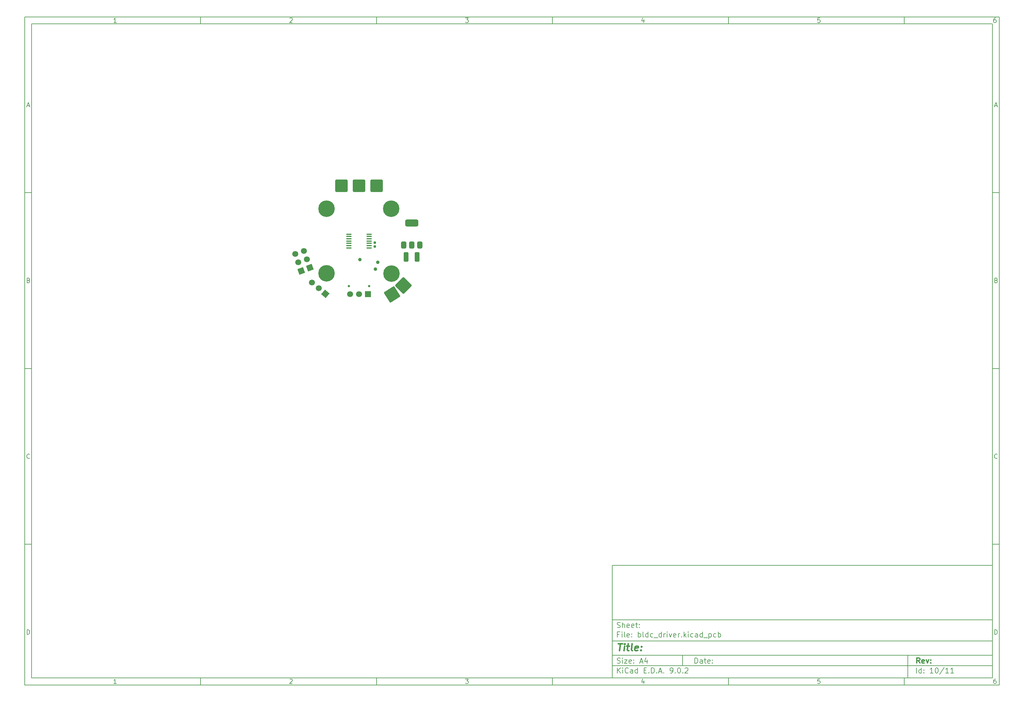
<source format=gbr>
%TF.GenerationSoftware,KiCad,Pcbnew,9.0.2-9.0.2-0~ubuntu22.04.1*%
%TF.CreationDate,2025-06-23T17:33:18+10:00*%
%TF.ProjectId,bldc_driver,626c6463-5f64-4726-9976-65722e6b6963,rev?*%
%TF.SameCoordinates,Original*%
%TF.FileFunction,Soldermask,Bot*%
%TF.FilePolarity,Negative*%
%FSLAX46Y46*%
G04 Gerber Fmt 4.6, Leading zero omitted, Abs format (unit mm)*
G04 Created by KiCad (PCBNEW 9.0.2-9.0.2-0~ubuntu22.04.1) date 2025-06-23 17:33:18*
%MOMM*%
%LPD*%
G01*
G04 APERTURE LIST*
G04 Aperture macros list*
%AMRoundRect*
0 Rectangle with rounded corners*
0 $1 Rounding radius*
0 $2 $3 $4 $5 $6 $7 $8 $9 X,Y pos of 4 corners*
0 Add a 4 corners polygon primitive as box body*
4,1,4,$2,$3,$4,$5,$6,$7,$8,$9,$2,$3,0*
0 Add four circle primitives for the rounded corners*
1,1,$1+$1,$2,$3*
1,1,$1+$1,$4,$5*
1,1,$1+$1,$6,$7*
1,1,$1+$1,$8,$9*
0 Add four rect primitives between the rounded corners*
20,1,$1+$1,$2,$3,$4,$5,0*
20,1,$1+$1,$4,$5,$6,$7,0*
20,1,$1+$1,$6,$7,$8,$9,0*
20,1,$1+$1,$8,$9,$2,$3,0*%
%AMRotRect*
0 Rectangle, with rotation*
0 The origin of the aperture is its center*
0 $1 length*
0 $2 width*
0 $3 Rotation angle, in degrees counterclockwise*
0 Add horizontal line*
21,1,$1,$2,0,0,$3*%
G04 Aperture macros list end*
%ADD10C,0.100000*%
%ADD11C,0.150000*%
%ADD12C,0.300000*%
%ADD13C,0.400000*%
%ADD14RoundRect,0.250002X-1.499998X-1.499998X1.499998X-1.499998X1.499998X1.499998X-1.499998X1.499998X0*%
%ADD15C,0.650000*%
%ADD16C,3.100000*%
%ADD17C,4.700000*%
%ADD18RotRect,1.700000X1.700000X200.000000*%
%ADD19C,1.700000*%
%ADD20R,1.700000X1.700000*%
%ADD21RoundRect,0.250002X-2.071034X0.459137X-0.459137X-2.071034X2.071034X-0.459137X0.459137X2.071034X0*%
%ADD22C,0.990600*%
%ADD23RoundRect,0.250002X0.000000X-2.121318X2.121318X0.000000X0.000000X2.121318X-2.121318X0.000000X0*%
%ADD24RotRect,1.700000X1.700000X230.000000*%
%ADD25RoundRect,0.375000X0.375000X-0.625000X0.375000X0.625000X-0.375000X0.625000X-0.375000X-0.625000X0*%
%ADD26RoundRect,0.500000X1.400000X-0.500000X1.400000X0.500000X-1.400000X0.500000X-1.400000X-0.500000X0*%
%ADD27RoundRect,0.155000X-0.155000X0.212500X-0.155000X-0.212500X0.155000X-0.212500X0.155000X0.212500X0*%
%ADD28RoundRect,0.250000X-0.412500X-1.100000X0.412500X-1.100000X0.412500X1.100000X-0.412500X1.100000X0*%
%ADD29RoundRect,0.100000X-0.637500X-0.100000X0.637500X-0.100000X0.637500X0.100000X-0.637500X0.100000X0*%
G04 APERTURE END LIST*
D10*
D11*
X177002200Y-166007200D02*
X285002200Y-166007200D01*
X285002200Y-198007200D01*
X177002200Y-198007200D01*
X177002200Y-166007200D01*
D10*
D11*
X10000000Y-10000000D02*
X287002200Y-10000000D01*
X287002200Y-200007200D01*
X10000000Y-200007200D01*
X10000000Y-10000000D01*
D10*
D11*
X12000000Y-12000000D02*
X285002200Y-12000000D01*
X285002200Y-198007200D01*
X12000000Y-198007200D01*
X12000000Y-12000000D01*
D10*
D11*
X60000000Y-12000000D02*
X60000000Y-10000000D01*
D10*
D11*
X110000000Y-12000000D02*
X110000000Y-10000000D01*
D10*
D11*
X160000000Y-12000000D02*
X160000000Y-10000000D01*
D10*
D11*
X210000000Y-12000000D02*
X210000000Y-10000000D01*
D10*
D11*
X260000000Y-12000000D02*
X260000000Y-10000000D01*
D10*
D11*
X36089160Y-11593604D02*
X35346303Y-11593604D01*
X35717731Y-11593604D02*
X35717731Y-10293604D01*
X35717731Y-10293604D02*
X35593922Y-10479319D01*
X35593922Y-10479319D02*
X35470112Y-10603128D01*
X35470112Y-10603128D02*
X35346303Y-10665033D01*
D10*
D11*
X85346303Y-10417414D02*
X85408207Y-10355509D01*
X85408207Y-10355509D02*
X85532017Y-10293604D01*
X85532017Y-10293604D02*
X85841541Y-10293604D01*
X85841541Y-10293604D02*
X85965350Y-10355509D01*
X85965350Y-10355509D02*
X86027255Y-10417414D01*
X86027255Y-10417414D02*
X86089160Y-10541223D01*
X86089160Y-10541223D02*
X86089160Y-10665033D01*
X86089160Y-10665033D02*
X86027255Y-10850747D01*
X86027255Y-10850747D02*
X85284398Y-11593604D01*
X85284398Y-11593604D02*
X86089160Y-11593604D01*
D10*
D11*
X135284398Y-10293604D02*
X136089160Y-10293604D01*
X136089160Y-10293604D02*
X135655826Y-10788842D01*
X135655826Y-10788842D02*
X135841541Y-10788842D01*
X135841541Y-10788842D02*
X135965350Y-10850747D01*
X135965350Y-10850747D02*
X136027255Y-10912652D01*
X136027255Y-10912652D02*
X136089160Y-11036461D01*
X136089160Y-11036461D02*
X136089160Y-11345985D01*
X136089160Y-11345985D02*
X136027255Y-11469795D01*
X136027255Y-11469795D02*
X135965350Y-11531700D01*
X135965350Y-11531700D02*
X135841541Y-11593604D01*
X135841541Y-11593604D02*
X135470112Y-11593604D01*
X135470112Y-11593604D02*
X135346303Y-11531700D01*
X135346303Y-11531700D02*
X135284398Y-11469795D01*
D10*
D11*
X185965350Y-10726938D02*
X185965350Y-11593604D01*
X185655826Y-10231700D02*
X185346303Y-11160271D01*
X185346303Y-11160271D02*
X186151064Y-11160271D01*
D10*
D11*
X236027255Y-10293604D02*
X235408207Y-10293604D01*
X235408207Y-10293604D02*
X235346303Y-10912652D01*
X235346303Y-10912652D02*
X235408207Y-10850747D01*
X235408207Y-10850747D02*
X235532017Y-10788842D01*
X235532017Y-10788842D02*
X235841541Y-10788842D01*
X235841541Y-10788842D02*
X235965350Y-10850747D01*
X235965350Y-10850747D02*
X236027255Y-10912652D01*
X236027255Y-10912652D02*
X236089160Y-11036461D01*
X236089160Y-11036461D02*
X236089160Y-11345985D01*
X236089160Y-11345985D02*
X236027255Y-11469795D01*
X236027255Y-11469795D02*
X235965350Y-11531700D01*
X235965350Y-11531700D02*
X235841541Y-11593604D01*
X235841541Y-11593604D02*
X235532017Y-11593604D01*
X235532017Y-11593604D02*
X235408207Y-11531700D01*
X235408207Y-11531700D02*
X235346303Y-11469795D01*
D10*
D11*
X285965350Y-10293604D02*
X285717731Y-10293604D01*
X285717731Y-10293604D02*
X285593922Y-10355509D01*
X285593922Y-10355509D02*
X285532017Y-10417414D01*
X285532017Y-10417414D02*
X285408207Y-10603128D01*
X285408207Y-10603128D02*
X285346303Y-10850747D01*
X285346303Y-10850747D02*
X285346303Y-11345985D01*
X285346303Y-11345985D02*
X285408207Y-11469795D01*
X285408207Y-11469795D02*
X285470112Y-11531700D01*
X285470112Y-11531700D02*
X285593922Y-11593604D01*
X285593922Y-11593604D02*
X285841541Y-11593604D01*
X285841541Y-11593604D02*
X285965350Y-11531700D01*
X285965350Y-11531700D02*
X286027255Y-11469795D01*
X286027255Y-11469795D02*
X286089160Y-11345985D01*
X286089160Y-11345985D02*
X286089160Y-11036461D01*
X286089160Y-11036461D02*
X286027255Y-10912652D01*
X286027255Y-10912652D02*
X285965350Y-10850747D01*
X285965350Y-10850747D02*
X285841541Y-10788842D01*
X285841541Y-10788842D02*
X285593922Y-10788842D01*
X285593922Y-10788842D02*
X285470112Y-10850747D01*
X285470112Y-10850747D02*
X285408207Y-10912652D01*
X285408207Y-10912652D02*
X285346303Y-11036461D01*
D10*
D11*
X60000000Y-198007200D02*
X60000000Y-200007200D01*
D10*
D11*
X110000000Y-198007200D02*
X110000000Y-200007200D01*
D10*
D11*
X160000000Y-198007200D02*
X160000000Y-200007200D01*
D10*
D11*
X210000000Y-198007200D02*
X210000000Y-200007200D01*
D10*
D11*
X260000000Y-198007200D02*
X260000000Y-200007200D01*
D10*
D11*
X36089160Y-199600804D02*
X35346303Y-199600804D01*
X35717731Y-199600804D02*
X35717731Y-198300804D01*
X35717731Y-198300804D02*
X35593922Y-198486519D01*
X35593922Y-198486519D02*
X35470112Y-198610328D01*
X35470112Y-198610328D02*
X35346303Y-198672233D01*
D10*
D11*
X85346303Y-198424614D02*
X85408207Y-198362709D01*
X85408207Y-198362709D02*
X85532017Y-198300804D01*
X85532017Y-198300804D02*
X85841541Y-198300804D01*
X85841541Y-198300804D02*
X85965350Y-198362709D01*
X85965350Y-198362709D02*
X86027255Y-198424614D01*
X86027255Y-198424614D02*
X86089160Y-198548423D01*
X86089160Y-198548423D02*
X86089160Y-198672233D01*
X86089160Y-198672233D02*
X86027255Y-198857947D01*
X86027255Y-198857947D02*
X85284398Y-199600804D01*
X85284398Y-199600804D02*
X86089160Y-199600804D01*
D10*
D11*
X135284398Y-198300804D02*
X136089160Y-198300804D01*
X136089160Y-198300804D02*
X135655826Y-198796042D01*
X135655826Y-198796042D02*
X135841541Y-198796042D01*
X135841541Y-198796042D02*
X135965350Y-198857947D01*
X135965350Y-198857947D02*
X136027255Y-198919852D01*
X136027255Y-198919852D02*
X136089160Y-199043661D01*
X136089160Y-199043661D02*
X136089160Y-199353185D01*
X136089160Y-199353185D02*
X136027255Y-199476995D01*
X136027255Y-199476995D02*
X135965350Y-199538900D01*
X135965350Y-199538900D02*
X135841541Y-199600804D01*
X135841541Y-199600804D02*
X135470112Y-199600804D01*
X135470112Y-199600804D02*
X135346303Y-199538900D01*
X135346303Y-199538900D02*
X135284398Y-199476995D01*
D10*
D11*
X185965350Y-198734138D02*
X185965350Y-199600804D01*
X185655826Y-198238900D02*
X185346303Y-199167471D01*
X185346303Y-199167471D02*
X186151064Y-199167471D01*
D10*
D11*
X236027255Y-198300804D02*
X235408207Y-198300804D01*
X235408207Y-198300804D02*
X235346303Y-198919852D01*
X235346303Y-198919852D02*
X235408207Y-198857947D01*
X235408207Y-198857947D02*
X235532017Y-198796042D01*
X235532017Y-198796042D02*
X235841541Y-198796042D01*
X235841541Y-198796042D02*
X235965350Y-198857947D01*
X235965350Y-198857947D02*
X236027255Y-198919852D01*
X236027255Y-198919852D02*
X236089160Y-199043661D01*
X236089160Y-199043661D02*
X236089160Y-199353185D01*
X236089160Y-199353185D02*
X236027255Y-199476995D01*
X236027255Y-199476995D02*
X235965350Y-199538900D01*
X235965350Y-199538900D02*
X235841541Y-199600804D01*
X235841541Y-199600804D02*
X235532017Y-199600804D01*
X235532017Y-199600804D02*
X235408207Y-199538900D01*
X235408207Y-199538900D02*
X235346303Y-199476995D01*
D10*
D11*
X285965350Y-198300804D02*
X285717731Y-198300804D01*
X285717731Y-198300804D02*
X285593922Y-198362709D01*
X285593922Y-198362709D02*
X285532017Y-198424614D01*
X285532017Y-198424614D02*
X285408207Y-198610328D01*
X285408207Y-198610328D02*
X285346303Y-198857947D01*
X285346303Y-198857947D02*
X285346303Y-199353185D01*
X285346303Y-199353185D02*
X285408207Y-199476995D01*
X285408207Y-199476995D02*
X285470112Y-199538900D01*
X285470112Y-199538900D02*
X285593922Y-199600804D01*
X285593922Y-199600804D02*
X285841541Y-199600804D01*
X285841541Y-199600804D02*
X285965350Y-199538900D01*
X285965350Y-199538900D02*
X286027255Y-199476995D01*
X286027255Y-199476995D02*
X286089160Y-199353185D01*
X286089160Y-199353185D02*
X286089160Y-199043661D01*
X286089160Y-199043661D02*
X286027255Y-198919852D01*
X286027255Y-198919852D02*
X285965350Y-198857947D01*
X285965350Y-198857947D02*
X285841541Y-198796042D01*
X285841541Y-198796042D02*
X285593922Y-198796042D01*
X285593922Y-198796042D02*
X285470112Y-198857947D01*
X285470112Y-198857947D02*
X285408207Y-198919852D01*
X285408207Y-198919852D02*
X285346303Y-199043661D01*
D10*
D11*
X10000000Y-60000000D02*
X12000000Y-60000000D01*
D10*
D11*
X10000000Y-110000000D02*
X12000000Y-110000000D01*
D10*
D11*
X10000000Y-160000000D02*
X12000000Y-160000000D01*
D10*
D11*
X10690476Y-35222176D02*
X11309523Y-35222176D01*
X10566666Y-35593604D02*
X10999999Y-34293604D01*
X10999999Y-34293604D02*
X11433333Y-35593604D01*
D10*
D11*
X11092857Y-84912652D02*
X11278571Y-84974557D01*
X11278571Y-84974557D02*
X11340476Y-85036461D01*
X11340476Y-85036461D02*
X11402380Y-85160271D01*
X11402380Y-85160271D02*
X11402380Y-85345985D01*
X11402380Y-85345985D02*
X11340476Y-85469795D01*
X11340476Y-85469795D02*
X11278571Y-85531700D01*
X11278571Y-85531700D02*
X11154761Y-85593604D01*
X11154761Y-85593604D02*
X10659523Y-85593604D01*
X10659523Y-85593604D02*
X10659523Y-84293604D01*
X10659523Y-84293604D02*
X11092857Y-84293604D01*
X11092857Y-84293604D02*
X11216666Y-84355509D01*
X11216666Y-84355509D02*
X11278571Y-84417414D01*
X11278571Y-84417414D02*
X11340476Y-84541223D01*
X11340476Y-84541223D02*
X11340476Y-84665033D01*
X11340476Y-84665033D02*
X11278571Y-84788842D01*
X11278571Y-84788842D02*
X11216666Y-84850747D01*
X11216666Y-84850747D02*
X11092857Y-84912652D01*
X11092857Y-84912652D02*
X10659523Y-84912652D01*
D10*
D11*
X11402380Y-135469795D02*
X11340476Y-135531700D01*
X11340476Y-135531700D02*
X11154761Y-135593604D01*
X11154761Y-135593604D02*
X11030952Y-135593604D01*
X11030952Y-135593604D02*
X10845238Y-135531700D01*
X10845238Y-135531700D02*
X10721428Y-135407890D01*
X10721428Y-135407890D02*
X10659523Y-135284080D01*
X10659523Y-135284080D02*
X10597619Y-135036461D01*
X10597619Y-135036461D02*
X10597619Y-134850747D01*
X10597619Y-134850747D02*
X10659523Y-134603128D01*
X10659523Y-134603128D02*
X10721428Y-134479319D01*
X10721428Y-134479319D02*
X10845238Y-134355509D01*
X10845238Y-134355509D02*
X11030952Y-134293604D01*
X11030952Y-134293604D02*
X11154761Y-134293604D01*
X11154761Y-134293604D02*
X11340476Y-134355509D01*
X11340476Y-134355509D02*
X11402380Y-134417414D01*
D10*
D11*
X10659523Y-185593604D02*
X10659523Y-184293604D01*
X10659523Y-184293604D02*
X10969047Y-184293604D01*
X10969047Y-184293604D02*
X11154761Y-184355509D01*
X11154761Y-184355509D02*
X11278571Y-184479319D01*
X11278571Y-184479319D02*
X11340476Y-184603128D01*
X11340476Y-184603128D02*
X11402380Y-184850747D01*
X11402380Y-184850747D02*
X11402380Y-185036461D01*
X11402380Y-185036461D02*
X11340476Y-185284080D01*
X11340476Y-185284080D02*
X11278571Y-185407890D01*
X11278571Y-185407890D02*
X11154761Y-185531700D01*
X11154761Y-185531700D02*
X10969047Y-185593604D01*
X10969047Y-185593604D02*
X10659523Y-185593604D01*
D10*
D11*
X287002200Y-60000000D02*
X285002200Y-60000000D01*
D10*
D11*
X287002200Y-110000000D02*
X285002200Y-110000000D01*
D10*
D11*
X287002200Y-160000000D02*
X285002200Y-160000000D01*
D10*
D11*
X285692676Y-35222176D02*
X286311723Y-35222176D01*
X285568866Y-35593604D02*
X286002199Y-34293604D01*
X286002199Y-34293604D02*
X286435533Y-35593604D01*
D10*
D11*
X286095057Y-84912652D02*
X286280771Y-84974557D01*
X286280771Y-84974557D02*
X286342676Y-85036461D01*
X286342676Y-85036461D02*
X286404580Y-85160271D01*
X286404580Y-85160271D02*
X286404580Y-85345985D01*
X286404580Y-85345985D02*
X286342676Y-85469795D01*
X286342676Y-85469795D02*
X286280771Y-85531700D01*
X286280771Y-85531700D02*
X286156961Y-85593604D01*
X286156961Y-85593604D02*
X285661723Y-85593604D01*
X285661723Y-85593604D02*
X285661723Y-84293604D01*
X285661723Y-84293604D02*
X286095057Y-84293604D01*
X286095057Y-84293604D02*
X286218866Y-84355509D01*
X286218866Y-84355509D02*
X286280771Y-84417414D01*
X286280771Y-84417414D02*
X286342676Y-84541223D01*
X286342676Y-84541223D02*
X286342676Y-84665033D01*
X286342676Y-84665033D02*
X286280771Y-84788842D01*
X286280771Y-84788842D02*
X286218866Y-84850747D01*
X286218866Y-84850747D02*
X286095057Y-84912652D01*
X286095057Y-84912652D02*
X285661723Y-84912652D01*
D10*
D11*
X286404580Y-135469795D02*
X286342676Y-135531700D01*
X286342676Y-135531700D02*
X286156961Y-135593604D01*
X286156961Y-135593604D02*
X286033152Y-135593604D01*
X286033152Y-135593604D02*
X285847438Y-135531700D01*
X285847438Y-135531700D02*
X285723628Y-135407890D01*
X285723628Y-135407890D02*
X285661723Y-135284080D01*
X285661723Y-135284080D02*
X285599819Y-135036461D01*
X285599819Y-135036461D02*
X285599819Y-134850747D01*
X285599819Y-134850747D02*
X285661723Y-134603128D01*
X285661723Y-134603128D02*
X285723628Y-134479319D01*
X285723628Y-134479319D02*
X285847438Y-134355509D01*
X285847438Y-134355509D02*
X286033152Y-134293604D01*
X286033152Y-134293604D02*
X286156961Y-134293604D01*
X286156961Y-134293604D02*
X286342676Y-134355509D01*
X286342676Y-134355509D02*
X286404580Y-134417414D01*
D10*
D11*
X285661723Y-185593604D02*
X285661723Y-184293604D01*
X285661723Y-184293604D02*
X285971247Y-184293604D01*
X285971247Y-184293604D02*
X286156961Y-184355509D01*
X286156961Y-184355509D02*
X286280771Y-184479319D01*
X286280771Y-184479319D02*
X286342676Y-184603128D01*
X286342676Y-184603128D02*
X286404580Y-184850747D01*
X286404580Y-184850747D02*
X286404580Y-185036461D01*
X286404580Y-185036461D02*
X286342676Y-185284080D01*
X286342676Y-185284080D02*
X286280771Y-185407890D01*
X286280771Y-185407890D02*
X286156961Y-185531700D01*
X286156961Y-185531700D02*
X285971247Y-185593604D01*
X285971247Y-185593604D02*
X285661723Y-185593604D01*
D10*
D11*
X200458026Y-193793328D02*
X200458026Y-192293328D01*
X200458026Y-192293328D02*
X200815169Y-192293328D01*
X200815169Y-192293328D02*
X201029455Y-192364757D01*
X201029455Y-192364757D02*
X201172312Y-192507614D01*
X201172312Y-192507614D02*
X201243741Y-192650471D01*
X201243741Y-192650471D02*
X201315169Y-192936185D01*
X201315169Y-192936185D02*
X201315169Y-193150471D01*
X201315169Y-193150471D02*
X201243741Y-193436185D01*
X201243741Y-193436185D02*
X201172312Y-193579042D01*
X201172312Y-193579042D02*
X201029455Y-193721900D01*
X201029455Y-193721900D02*
X200815169Y-193793328D01*
X200815169Y-193793328D02*
X200458026Y-193793328D01*
X202600884Y-193793328D02*
X202600884Y-193007614D01*
X202600884Y-193007614D02*
X202529455Y-192864757D01*
X202529455Y-192864757D02*
X202386598Y-192793328D01*
X202386598Y-192793328D02*
X202100884Y-192793328D01*
X202100884Y-192793328D02*
X201958026Y-192864757D01*
X202600884Y-193721900D02*
X202458026Y-193793328D01*
X202458026Y-193793328D02*
X202100884Y-193793328D01*
X202100884Y-193793328D02*
X201958026Y-193721900D01*
X201958026Y-193721900D02*
X201886598Y-193579042D01*
X201886598Y-193579042D02*
X201886598Y-193436185D01*
X201886598Y-193436185D02*
X201958026Y-193293328D01*
X201958026Y-193293328D02*
X202100884Y-193221900D01*
X202100884Y-193221900D02*
X202458026Y-193221900D01*
X202458026Y-193221900D02*
X202600884Y-193150471D01*
X203100884Y-192793328D02*
X203672312Y-192793328D01*
X203315169Y-192293328D02*
X203315169Y-193579042D01*
X203315169Y-193579042D02*
X203386598Y-193721900D01*
X203386598Y-193721900D02*
X203529455Y-193793328D01*
X203529455Y-193793328D02*
X203672312Y-193793328D01*
X204743741Y-193721900D02*
X204600884Y-193793328D01*
X204600884Y-193793328D02*
X204315170Y-193793328D01*
X204315170Y-193793328D02*
X204172312Y-193721900D01*
X204172312Y-193721900D02*
X204100884Y-193579042D01*
X204100884Y-193579042D02*
X204100884Y-193007614D01*
X204100884Y-193007614D02*
X204172312Y-192864757D01*
X204172312Y-192864757D02*
X204315170Y-192793328D01*
X204315170Y-192793328D02*
X204600884Y-192793328D01*
X204600884Y-192793328D02*
X204743741Y-192864757D01*
X204743741Y-192864757D02*
X204815170Y-193007614D01*
X204815170Y-193007614D02*
X204815170Y-193150471D01*
X204815170Y-193150471D02*
X204100884Y-193293328D01*
X205458026Y-193650471D02*
X205529455Y-193721900D01*
X205529455Y-193721900D02*
X205458026Y-193793328D01*
X205458026Y-193793328D02*
X205386598Y-193721900D01*
X205386598Y-193721900D02*
X205458026Y-193650471D01*
X205458026Y-193650471D02*
X205458026Y-193793328D01*
X205458026Y-192864757D02*
X205529455Y-192936185D01*
X205529455Y-192936185D02*
X205458026Y-193007614D01*
X205458026Y-193007614D02*
X205386598Y-192936185D01*
X205386598Y-192936185D02*
X205458026Y-192864757D01*
X205458026Y-192864757D02*
X205458026Y-193007614D01*
D10*
D11*
X177002200Y-194507200D02*
X285002200Y-194507200D01*
D10*
D11*
X178458026Y-196593328D02*
X178458026Y-195093328D01*
X179315169Y-196593328D02*
X178672312Y-195736185D01*
X179315169Y-195093328D02*
X178458026Y-195950471D01*
X179958026Y-196593328D02*
X179958026Y-195593328D01*
X179958026Y-195093328D02*
X179886598Y-195164757D01*
X179886598Y-195164757D02*
X179958026Y-195236185D01*
X179958026Y-195236185D02*
X180029455Y-195164757D01*
X180029455Y-195164757D02*
X179958026Y-195093328D01*
X179958026Y-195093328D02*
X179958026Y-195236185D01*
X181529455Y-196450471D02*
X181458027Y-196521900D01*
X181458027Y-196521900D02*
X181243741Y-196593328D01*
X181243741Y-196593328D02*
X181100884Y-196593328D01*
X181100884Y-196593328D02*
X180886598Y-196521900D01*
X180886598Y-196521900D02*
X180743741Y-196379042D01*
X180743741Y-196379042D02*
X180672312Y-196236185D01*
X180672312Y-196236185D02*
X180600884Y-195950471D01*
X180600884Y-195950471D02*
X180600884Y-195736185D01*
X180600884Y-195736185D02*
X180672312Y-195450471D01*
X180672312Y-195450471D02*
X180743741Y-195307614D01*
X180743741Y-195307614D02*
X180886598Y-195164757D01*
X180886598Y-195164757D02*
X181100884Y-195093328D01*
X181100884Y-195093328D02*
X181243741Y-195093328D01*
X181243741Y-195093328D02*
X181458027Y-195164757D01*
X181458027Y-195164757D02*
X181529455Y-195236185D01*
X182815170Y-196593328D02*
X182815170Y-195807614D01*
X182815170Y-195807614D02*
X182743741Y-195664757D01*
X182743741Y-195664757D02*
X182600884Y-195593328D01*
X182600884Y-195593328D02*
X182315170Y-195593328D01*
X182315170Y-195593328D02*
X182172312Y-195664757D01*
X182815170Y-196521900D02*
X182672312Y-196593328D01*
X182672312Y-196593328D02*
X182315170Y-196593328D01*
X182315170Y-196593328D02*
X182172312Y-196521900D01*
X182172312Y-196521900D02*
X182100884Y-196379042D01*
X182100884Y-196379042D02*
X182100884Y-196236185D01*
X182100884Y-196236185D02*
X182172312Y-196093328D01*
X182172312Y-196093328D02*
X182315170Y-196021900D01*
X182315170Y-196021900D02*
X182672312Y-196021900D01*
X182672312Y-196021900D02*
X182815170Y-195950471D01*
X184172313Y-196593328D02*
X184172313Y-195093328D01*
X184172313Y-196521900D02*
X184029455Y-196593328D01*
X184029455Y-196593328D02*
X183743741Y-196593328D01*
X183743741Y-196593328D02*
X183600884Y-196521900D01*
X183600884Y-196521900D02*
X183529455Y-196450471D01*
X183529455Y-196450471D02*
X183458027Y-196307614D01*
X183458027Y-196307614D02*
X183458027Y-195879042D01*
X183458027Y-195879042D02*
X183529455Y-195736185D01*
X183529455Y-195736185D02*
X183600884Y-195664757D01*
X183600884Y-195664757D02*
X183743741Y-195593328D01*
X183743741Y-195593328D02*
X184029455Y-195593328D01*
X184029455Y-195593328D02*
X184172313Y-195664757D01*
X186029455Y-195807614D02*
X186529455Y-195807614D01*
X186743741Y-196593328D02*
X186029455Y-196593328D01*
X186029455Y-196593328D02*
X186029455Y-195093328D01*
X186029455Y-195093328D02*
X186743741Y-195093328D01*
X187386598Y-196450471D02*
X187458027Y-196521900D01*
X187458027Y-196521900D02*
X187386598Y-196593328D01*
X187386598Y-196593328D02*
X187315170Y-196521900D01*
X187315170Y-196521900D02*
X187386598Y-196450471D01*
X187386598Y-196450471D02*
X187386598Y-196593328D01*
X188100884Y-196593328D02*
X188100884Y-195093328D01*
X188100884Y-195093328D02*
X188458027Y-195093328D01*
X188458027Y-195093328D02*
X188672313Y-195164757D01*
X188672313Y-195164757D02*
X188815170Y-195307614D01*
X188815170Y-195307614D02*
X188886599Y-195450471D01*
X188886599Y-195450471D02*
X188958027Y-195736185D01*
X188958027Y-195736185D02*
X188958027Y-195950471D01*
X188958027Y-195950471D02*
X188886599Y-196236185D01*
X188886599Y-196236185D02*
X188815170Y-196379042D01*
X188815170Y-196379042D02*
X188672313Y-196521900D01*
X188672313Y-196521900D02*
X188458027Y-196593328D01*
X188458027Y-196593328D02*
X188100884Y-196593328D01*
X189600884Y-196450471D02*
X189672313Y-196521900D01*
X189672313Y-196521900D02*
X189600884Y-196593328D01*
X189600884Y-196593328D02*
X189529456Y-196521900D01*
X189529456Y-196521900D02*
X189600884Y-196450471D01*
X189600884Y-196450471D02*
X189600884Y-196593328D01*
X190243742Y-196164757D02*
X190958028Y-196164757D01*
X190100885Y-196593328D02*
X190600885Y-195093328D01*
X190600885Y-195093328D02*
X191100885Y-196593328D01*
X191600884Y-196450471D02*
X191672313Y-196521900D01*
X191672313Y-196521900D02*
X191600884Y-196593328D01*
X191600884Y-196593328D02*
X191529456Y-196521900D01*
X191529456Y-196521900D02*
X191600884Y-196450471D01*
X191600884Y-196450471D02*
X191600884Y-196593328D01*
X193529456Y-196593328D02*
X193815170Y-196593328D01*
X193815170Y-196593328D02*
X193958027Y-196521900D01*
X193958027Y-196521900D02*
X194029456Y-196450471D01*
X194029456Y-196450471D02*
X194172313Y-196236185D01*
X194172313Y-196236185D02*
X194243742Y-195950471D01*
X194243742Y-195950471D02*
X194243742Y-195379042D01*
X194243742Y-195379042D02*
X194172313Y-195236185D01*
X194172313Y-195236185D02*
X194100885Y-195164757D01*
X194100885Y-195164757D02*
X193958027Y-195093328D01*
X193958027Y-195093328D02*
X193672313Y-195093328D01*
X193672313Y-195093328D02*
X193529456Y-195164757D01*
X193529456Y-195164757D02*
X193458027Y-195236185D01*
X193458027Y-195236185D02*
X193386599Y-195379042D01*
X193386599Y-195379042D02*
X193386599Y-195736185D01*
X193386599Y-195736185D02*
X193458027Y-195879042D01*
X193458027Y-195879042D02*
X193529456Y-195950471D01*
X193529456Y-195950471D02*
X193672313Y-196021900D01*
X193672313Y-196021900D02*
X193958027Y-196021900D01*
X193958027Y-196021900D02*
X194100885Y-195950471D01*
X194100885Y-195950471D02*
X194172313Y-195879042D01*
X194172313Y-195879042D02*
X194243742Y-195736185D01*
X194886598Y-196450471D02*
X194958027Y-196521900D01*
X194958027Y-196521900D02*
X194886598Y-196593328D01*
X194886598Y-196593328D02*
X194815170Y-196521900D01*
X194815170Y-196521900D02*
X194886598Y-196450471D01*
X194886598Y-196450471D02*
X194886598Y-196593328D01*
X195886599Y-195093328D02*
X196029456Y-195093328D01*
X196029456Y-195093328D02*
X196172313Y-195164757D01*
X196172313Y-195164757D02*
X196243742Y-195236185D01*
X196243742Y-195236185D02*
X196315170Y-195379042D01*
X196315170Y-195379042D02*
X196386599Y-195664757D01*
X196386599Y-195664757D02*
X196386599Y-196021900D01*
X196386599Y-196021900D02*
X196315170Y-196307614D01*
X196315170Y-196307614D02*
X196243742Y-196450471D01*
X196243742Y-196450471D02*
X196172313Y-196521900D01*
X196172313Y-196521900D02*
X196029456Y-196593328D01*
X196029456Y-196593328D02*
X195886599Y-196593328D01*
X195886599Y-196593328D02*
X195743742Y-196521900D01*
X195743742Y-196521900D02*
X195672313Y-196450471D01*
X195672313Y-196450471D02*
X195600884Y-196307614D01*
X195600884Y-196307614D02*
X195529456Y-196021900D01*
X195529456Y-196021900D02*
X195529456Y-195664757D01*
X195529456Y-195664757D02*
X195600884Y-195379042D01*
X195600884Y-195379042D02*
X195672313Y-195236185D01*
X195672313Y-195236185D02*
X195743742Y-195164757D01*
X195743742Y-195164757D02*
X195886599Y-195093328D01*
X197029455Y-196450471D02*
X197100884Y-196521900D01*
X197100884Y-196521900D02*
X197029455Y-196593328D01*
X197029455Y-196593328D02*
X196958027Y-196521900D01*
X196958027Y-196521900D02*
X197029455Y-196450471D01*
X197029455Y-196450471D02*
X197029455Y-196593328D01*
X197672313Y-195236185D02*
X197743741Y-195164757D01*
X197743741Y-195164757D02*
X197886599Y-195093328D01*
X197886599Y-195093328D02*
X198243741Y-195093328D01*
X198243741Y-195093328D02*
X198386599Y-195164757D01*
X198386599Y-195164757D02*
X198458027Y-195236185D01*
X198458027Y-195236185D02*
X198529456Y-195379042D01*
X198529456Y-195379042D02*
X198529456Y-195521900D01*
X198529456Y-195521900D02*
X198458027Y-195736185D01*
X198458027Y-195736185D02*
X197600884Y-196593328D01*
X197600884Y-196593328D02*
X198529456Y-196593328D01*
D10*
D11*
X177002200Y-191507200D02*
X285002200Y-191507200D01*
D10*
D12*
X264413853Y-193785528D02*
X263913853Y-193071242D01*
X263556710Y-193785528D02*
X263556710Y-192285528D01*
X263556710Y-192285528D02*
X264128139Y-192285528D01*
X264128139Y-192285528D02*
X264270996Y-192356957D01*
X264270996Y-192356957D02*
X264342425Y-192428385D01*
X264342425Y-192428385D02*
X264413853Y-192571242D01*
X264413853Y-192571242D02*
X264413853Y-192785528D01*
X264413853Y-192785528D02*
X264342425Y-192928385D01*
X264342425Y-192928385D02*
X264270996Y-192999814D01*
X264270996Y-192999814D02*
X264128139Y-193071242D01*
X264128139Y-193071242D02*
X263556710Y-193071242D01*
X265628139Y-193714100D02*
X265485282Y-193785528D01*
X265485282Y-193785528D02*
X265199568Y-193785528D01*
X265199568Y-193785528D02*
X265056710Y-193714100D01*
X265056710Y-193714100D02*
X264985282Y-193571242D01*
X264985282Y-193571242D02*
X264985282Y-192999814D01*
X264985282Y-192999814D02*
X265056710Y-192856957D01*
X265056710Y-192856957D02*
X265199568Y-192785528D01*
X265199568Y-192785528D02*
X265485282Y-192785528D01*
X265485282Y-192785528D02*
X265628139Y-192856957D01*
X265628139Y-192856957D02*
X265699568Y-192999814D01*
X265699568Y-192999814D02*
X265699568Y-193142671D01*
X265699568Y-193142671D02*
X264985282Y-193285528D01*
X266199567Y-192785528D02*
X266556710Y-193785528D01*
X266556710Y-193785528D02*
X266913853Y-192785528D01*
X267485281Y-193642671D02*
X267556710Y-193714100D01*
X267556710Y-193714100D02*
X267485281Y-193785528D01*
X267485281Y-193785528D02*
X267413853Y-193714100D01*
X267413853Y-193714100D02*
X267485281Y-193642671D01*
X267485281Y-193642671D02*
X267485281Y-193785528D01*
X267485281Y-192856957D02*
X267556710Y-192928385D01*
X267556710Y-192928385D02*
X267485281Y-192999814D01*
X267485281Y-192999814D02*
X267413853Y-192928385D01*
X267413853Y-192928385D02*
X267485281Y-192856957D01*
X267485281Y-192856957D02*
X267485281Y-192999814D01*
D10*
D11*
X178386598Y-193721900D02*
X178600884Y-193793328D01*
X178600884Y-193793328D02*
X178958026Y-193793328D01*
X178958026Y-193793328D02*
X179100884Y-193721900D01*
X179100884Y-193721900D02*
X179172312Y-193650471D01*
X179172312Y-193650471D02*
X179243741Y-193507614D01*
X179243741Y-193507614D02*
X179243741Y-193364757D01*
X179243741Y-193364757D02*
X179172312Y-193221900D01*
X179172312Y-193221900D02*
X179100884Y-193150471D01*
X179100884Y-193150471D02*
X178958026Y-193079042D01*
X178958026Y-193079042D02*
X178672312Y-193007614D01*
X178672312Y-193007614D02*
X178529455Y-192936185D01*
X178529455Y-192936185D02*
X178458026Y-192864757D01*
X178458026Y-192864757D02*
X178386598Y-192721900D01*
X178386598Y-192721900D02*
X178386598Y-192579042D01*
X178386598Y-192579042D02*
X178458026Y-192436185D01*
X178458026Y-192436185D02*
X178529455Y-192364757D01*
X178529455Y-192364757D02*
X178672312Y-192293328D01*
X178672312Y-192293328D02*
X179029455Y-192293328D01*
X179029455Y-192293328D02*
X179243741Y-192364757D01*
X179886597Y-193793328D02*
X179886597Y-192793328D01*
X179886597Y-192293328D02*
X179815169Y-192364757D01*
X179815169Y-192364757D02*
X179886597Y-192436185D01*
X179886597Y-192436185D02*
X179958026Y-192364757D01*
X179958026Y-192364757D02*
X179886597Y-192293328D01*
X179886597Y-192293328D02*
X179886597Y-192436185D01*
X180458026Y-192793328D02*
X181243741Y-192793328D01*
X181243741Y-192793328D02*
X180458026Y-193793328D01*
X180458026Y-193793328D02*
X181243741Y-193793328D01*
X182386598Y-193721900D02*
X182243741Y-193793328D01*
X182243741Y-193793328D02*
X181958027Y-193793328D01*
X181958027Y-193793328D02*
X181815169Y-193721900D01*
X181815169Y-193721900D02*
X181743741Y-193579042D01*
X181743741Y-193579042D02*
X181743741Y-193007614D01*
X181743741Y-193007614D02*
X181815169Y-192864757D01*
X181815169Y-192864757D02*
X181958027Y-192793328D01*
X181958027Y-192793328D02*
X182243741Y-192793328D01*
X182243741Y-192793328D02*
X182386598Y-192864757D01*
X182386598Y-192864757D02*
X182458027Y-193007614D01*
X182458027Y-193007614D02*
X182458027Y-193150471D01*
X182458027Y-193150471D02*
X181743741Y-193293328D01*
X183100883Y-193650471D02*
X183172312Y-193721900D01*
X183172312Y-193721900D02*
X183100883Y-193793328D01*
X183100883Y-193793328D02*
X183029455Y-193721900D01*
X183029455Y-193721900D02*
X183100883Y-193650471D01*
X183100883Y-193650471D02*
X183100883Y-193793328D01*
X183100883Y-192864757D02*
X183172312Y-192936185D01*
X183172312Y-192936185D02*
X183100883Y-193007614D01*
X183100883Y-193007614D02*
X183029455Y-192936185D01*
X183029455Y-192936185D02*
X183100883Y-192864757D01*
X183100883Y-192864757D02*
X183100883Y-193007614D01*
X184886598Y-193364757D02*
X185600884Y-193364757D01*
X184743741Y-193793328D02*
X185243741Y-192293328D01*
X185243741Y-192293328D02*
X185743741Y-193793328D01*
X186886598Y-192793328D02*
X186886598Y-193793328D01*
X186529455Y-192221900D02*
X186172312Y-193293328D01*
X186172312Y-193293328D02*
X187100883Y-193293328D01*
D10*
D11*
X263458026Y-196593328D02*
X263458026Y-195093328D01*
X264815170Y-196593328D02*
X264815170Y-195093328D01*
X264815170Y-196521900D02*
X264672312Y-196593328D01*
X264672312Y-196593328D02*
X264386598Y-196593328D01*
X264386598Y-196593328D02*
X264243741Y-196521900D01*
X264243741Y-196521900D02*
X264172312Y-196450471D01*
X264172312Y-196450471D02*
X264100884Y-196307614D01*
X264100884Y-196307614D02*
X264100884Y-195879042D01*
X264100884Y-195879042D02*
X264172312Y-195736185D01*
X264172312Y-195736185D02*
X264243741Y-195664757D01*
X264243741Y-195664757D02*
X264386598Y-195593328D01*
X264386598Y-195593328D02*
X264672312Y-195593328D01*
X264672312Y-195593328D02*
X264815170Y-195664757D01*
X265529455Y-196450471D02*
X265600884Y-196521900D01*
X265600884Y-196521900D02*
X265529455Y-196593328D01*
X265529455Y-196593328D02*
X265458027Y-196521900D01*
X265458027Y-196521900D02*
X265529455Y-196450471D01*
X265529455Y-196450471D02*
X265529455Y-196593328D01*
X265529455Y-195664757D02*
X265600884Y-195736185D01*
X265600884Y-195736185D02*
X265529455Y-195807614D01*
X265529455Y-195807614D02*
X265458027Y-195736185D01*
X265458027Y-195736185D02*
X265529455Y-195664757D01*
X265529455Y-195664757D02*
X265529455Y-195807614D01*
X268172313Y-196593328D02*
X267315170Y-196593328D01*
X267743741Y-196593328D02*
X267743741Y-195093328D01*
X267743741Y-195093328D02*
X267600884Y-195307614D01*
X267600884Y-195307614D02*
X267458027Y-195450471D01*
X267458027Y-195450471D02*
X267315170Y-195521900D01*
X269100884Y-195093328D02*
X269243741Y-195093328D01*
X269243741Y-195093328D02*
X269386598Y-195164757D01*
X269386598Y-195164757D02*
X269458027Y-195236185D01*
X269458027Y-195236185D02*
X269529455Y-195379042D01*
X269529455Y-195379042D02*
X269600884Y-195664757D01*
X269600884Y-195664757D02*
X269600884Y-196021900D01*
X269600884Y-196021900D02*
X269529455Y-196307614D01*
X269529455Y-196307614D02*
X269458027Y-196450471D01*
X269458027Y-196450471D02*
X269386598Y-196521900D01*
X269386598Y-196521900D02*
X269243741Y-196593328D01*
X269243741Y-196593328D02*
X269100884Y-196593328D01*
X269100884Y-196593328D02*
X268958027Y-196521900D01*
X268958027Y-196521900D02*
X268886598Y-196450471D01*
X268886598Y-196450471D02*
X268815169Y-196307614D01*
X268815169Y-196307614D02*
X268743741Y-196021900D01*
X268743741Y-196021900D02*
X268743741Y-195664757D01*
X268743741Y-195664757D02*
X268815169Y-195379042D01*
X268815169Y-195379042D02*
X268886598Y-195236185D01*
X268886598Y-195236185D02*
X268958027Y-195164757D01*
X268958027Y-195164757D02*
X269100884Y-195093328D01*
X271315169Y-195021900D02*
X270029455Y-196950471D01*
X272600884Y-196593328D02*
X271743741Y-196593328D01*
X272172312Y-196593328D02*
X272172312Y-195093328D01*
X272172312Y-195093328D02*
X272029455Y-195307614D01*
X272029455Y-195307614D02*
X271886598Y-195450471D01*
X271886598Y-195450471D02*
X271743741Y-195521900D01*
X274029455Y-196593328D02*
X273172312Y-196593328D01*
X273600883Y-196593328D02*
X273600883Y-195093328D01*
X273600883Y-195093328D02*
X273458026Y-195307614D01*
X273458026Y-195307614D02*
X273315169Y-195450471D01*
X273315169Y-195450471D02*
X273172312Y-195521900D01*
D10*
D11*
X177002200Y-187507200D02*
X285002200Y-187507200D01*
D10*
D13*
X178693928Y-188211638D02*
X179836785Y-188211638D01*
X179015357Y-190211638D02*
X179265357Y-188211638D01*
X180253452Y-190211638D02*
X180420119Y-188878304D01*
X180503452Y-188211638D02*
X180396309Y-188306876D01*
X180396309Y-188306876D02*
X180479643Y-188402114D01*
X180479643Y-188402114D02*
X180586786Y-188306876D01*
X180586786Y-188306876D02*
X180503452Y-188211638D01*
X180503452Y-188211638D02*
X180479643Y-188402114D01*
X181086786Y-188878304D02*
X181848690Y-188878304D01*
X181455833Y-188211638D02*
X181241548Y-189925923D01*
X181241548Y-189925923D02*
X181312976Y-190116400D01*
X181312976Y-190116400D02*
X181491548Y-190211638D01*
X181491548Y-190211638D02*
X181682024Y-190211638D01*
X182634405Y-190211638D02*
X182455833Y-190116400D01*
X182455833Y-190116400D02*
X182384405Y-189925923D01*
X182384405Y-189925923D02*
X182598690Y-188211638D01*
X184170119Y-190116400D02*
X183967738Y-190211638D01*
X183967738Y-190211638D02*
X183586785Y-190211638D01*
X183586785Y-190211638D02*
X183408214Y-190116400D01*
X183408214Y-190116400D02*
X183336785Y-189925923D01*
X183336785Y-189925923D02*
X183432024Y-189164019D01*
X183432024Y-189164019D02*
X183551071Y-188973542D01*
X183551071Y-188973542D02*
X183753452Y-188878304D01*
X183753452Y-188878304D02*
X184134404Y-188878304D01*
X184134404Y-188878304D02*
X184312976Y-188973542D01*
X184312976Y-188973542D02*
X184384404Y-189164019D01*
X184384404Y-189164019D02*
X184360595Y-189354495D01*
X184360595Y-189354495D02*
X183384404Y-189544971D01*
X185134405Y-190021161D02*
X185217738Y-190116400D01*
X185217738Y-190116400D02*
X185110595Y-190211638D01*
X185110595Y-190211638D02*
X185027262Y-190116400D01*
X185027262Y-190116400D02*
X185134405Y-190021161D01*
X185134405Y-190021161D02*
X185110595Y-190211638D01*
X185265357Y-188973542D02*
X185348690Y-189068780D01*
X185348690Y-189068780D02*
X185241548Y-189164019D01*
X185241548Y-189164019D02*
X185158214Y-189068780D01*
X185158214Y-189068780D02*
X185265357Y-188973542D01*
X185265357Y-188973542D02*
X185241548Y-189164019D01*
D10*
D11*
X178958026Y-185607614D02*
X178458026Y-185607614D01*
X178458026Y-186393328D02*
X178458026Y-184893328D01*
X178458026Y-184893328D02*
X179172312Y-184893328D01*
X179743740Y-186393328D02*
X179743740Y-185393328D01*
X179743740Y-184893328D02*
X179672312Y-184964757D01*
X179672312Y-184964757D02*
X179743740Y-185036185D01*
X179743740Y-185036185D02*
X179815169Y-184964757D01*
X179815169Y-184964757D02*
X179743740Y-184893328D01*
X179743740Y-184893328D02*
X179743740Y-185036185D01*
X180672312Y-186393328D02*
X180529455Y-186321900D01*
X180529455Y-186321900D02*
X180458026Y-186179042D01*
X180458026Y-186179042D02*
X180458026Y-184893328D01*
X181815169Y-186321900D02*
X181672312Y-186393328D01*
X181672312Y-186393328D02*
X181386598Y-186393328D01*
X181386598Y-186393328D02*
X181243740Y-186321900D01*
X181243740Y-186321900D02*
X181172312Y-186179042D01*
X181172312Y-186179042D02*
X181172312Y-185607614D01*
X181172312Y-185607614D02*
X181243740Y-185464757D01*
X181243740Y-185464757D02*
X181386598Y-185393328D01*
X181386598Y-185393328D02*
X181672312Y-185393328D01*
X181672312Y-185393328D02*
X181815169Y-185464757D01*
X181815169Y-185464757D02*
X181886598Y-185607614D01*
X181886598Y-185607614D02*
X181886598Y-185750471D01*
X181886598Y-185750471D02*
X181172312Y-185893328D01*
X182529454Y-186250471D02*
X182600883Y-186321900D01*
X182600883Y-186321900D02*
X182529454Y-186393328D01*
X182529454Y-186393328D02*
X182458026Y-186321900D01*
X182458026Y-186321900D02*
X182529454Y-186250471D01*
X182529454Y-186250471D02*
X182529454Y-186393328D01*
X182529454Y-185464757D02*
X182600883Y-185536185D01*
X182600883Y-185536185D02*
X182529454Y-185607614D01*
X182529454Y-185607614D02*
X182458026Y-185536185D01*
X182458026Y-185536185D02*
X182529454Y-185464757D01*
X182529454Y-185464757D02*
X182529454Y-185607614D01*
X184386597Y-186393328D02*
X184386597Y-184893328D01*
X184386597Y-185464757D02*
X184529455Y-185393328D01*
X184529455Y-185393328D02*
X184815169Y-185393328D01*
X184815169Y-185393328D02*
X184958026Y-185464757D01*
X184958026Y-185464757D02*
X185029455Y-185536185D01*
X185029455Y-185536185D02*
X185100883Y-185679042D01*
X185100883Y-185679042D02*
X185100883Y-186107614D01*
X185100883Y-186107614D02*
X185029455Y-186250471D01*
X185029455Y-186250471D02*
X184958026Y-186321900D01*
X184958026Y-186321900D02*
X184815169Y-186393328D01*
X184815169Y-186393328D02*
X184529455Y-186393328D01*
X184529455Y-186393328D02*
X184386597Y-186321900D01*
X185958026Y-186393328D02*
X185815169Y-186321900D01*
X185815169Y-186321900D02*
X185743740Y-186179042D01*
X185743740Y-186179042D02*
X185743740Y-184893328D01*
X187172312Y-186393328D02*
X187172312Y-184893328D01*
X187172312Y-186321900D02*
X187029454Y-186393328D01*
X187029454Y-186393328D02*
X186743740Y-186393328D01*
X186743740Y-186393328D02*
X186600883Y-186321900D01*
X186600883Y-186321900D02*
X186529454Y-186250471D01*
X186529454Y-186250471D02*
X186458026Y-186107614D01*
X186458026Y-186107614D02*
X186458026Y-185679042D01*
X186458026Y-185679042D02*
X186529454Y-185536185D01*
X186529454Y-185536185D02*
X186600883Y-185464757D01*
X186600883Y-185464757D02*
X186743740Y-185393328D01*
X186743740Y-185393328D02*
X187029454Y-185393328D01*
X187029454Y-185393328D02*
X187172312Y-185464757D01*
X188529455Y-186321900D02*
X188386597Y-186393328D01*
X188386597Y-186393328D02*
X188100883Y-186393328D01*
X188100883Y-186393328D02*
X187958026Y-186321900D01*
X187958026Y-186321900D02*
X187886597Y-186250471D01*
X187886597Y-186250471D02*
X187815169Y-186107614D01*
X187815169Y-186107614D02*
X187815169Y-185679042D01*
X187815169Y-185679042D02*
X187886597Y-185536185D01*
X187886597Y-185536185D02*
X187958026Y-185464757D01*
X187958026Y-185464757D02*
X188100883Y-185393328D01*
X188100883Y-185393328D02*
X188386597Y-185393328D01*
X188386597Y-185393328D02*
X188529455Y-185464757D01*
X188815169Y-186536185D02*
X189958026Y-186536185D01*
X190958026Y-186393328D02*
X190958026Y-184893328D01*
X190958026Y-186321900D02*
X190815168Y-186393328D01*
X190815168Y-186393328D02*
X190529454Y-186393328D01*
X190529454Y-186393328D02*
X190386597Y-186321900D01*
X190386597Y-186321900D02*
X190315168Y-186250471D01*
X190315168Y-186250471D02*
X190243740Y-186107614D01*
X190243740Y-186107614D02*
X190243740Y-185679042D01*
X190243740Y-185679042D02*
X190315168Y-185536185D01*
X190315168Y-185536185D02*
X190386597Y-185464757D01*
X190386597Y-185464757D02*
X190529454Y-185393328D01*
X190529454Y-185393328D02*
X190815168Y-185393328D01*
X190815168Y-185393328D02*
X190958026Y-185464757D01*
X191672311Y-186393328D02*
X191672311Y-185393328D01*
X191672311Y-185679042D02*
X191743740Y-185536185D01*
X191743740Y-185536185D02*
X191815169Y-185464757D01*
X191815169Y-185464757D02*
X191958026Y-185393328D01*
X191958026Y-185393328D02*
X192100883Y-185393328D01*
X192600882Y-186393328D02*
X192600882Y-185393328D01*
X192600882Y-184893328D02*
X192529454Y-184964757D01*
X192529454Y-184964757D02*
X192600882Y-185036185D01*
X192600882Y-185036185D02*
X192672311Y-184964757D01*
X192672311Y-184964757D02*
X192600882Y-184893328D01*
X192600882Y-184893328D02*
X192600882Y-185036185D01*
X193172311Y-185393328D02*
X193529454Y-186393328D01*
X193529454Y-186393328D02*
X193886597Y-185393328D01*
X195029454Y-186321900D02*
X194886597Y-186393328D01*
X194886597Y-186393328D02*
X194600883Y-186393328D01*
X194600883Y-186393328D02*
X194458025Y-186321900D01*
X194458025Y-186321900D02*
X194386597Y-186179042D01*
X194386597Y-186179042D02*
X194386597Y-185607614D01*
X194386597Y-185607614D02*
X194458025Y-185464757D01*
X194458025Y-185464757D02*
X194600883Y-185393328D01*
X194600883Y-185393328D02*
X194886597Y-185393328D01*
X194886597Y-185393328D02*
X195029454Y-185464757D01*
X195029454Y-185464757D02*
X195100883Y-185607614D01*
X195100883Y-185607614D02*
X195100883Y-185750471D01*
X195100883Y-185750471D02*
X194386597Y-185893328D01*
X195743739Y-186393328D02*
X195743739Y-185393328D01*
X195743739Y-185679042D02*
X195815168Y-185536185D01*
X195815168Y-185536185D02*
X195886597Y-185464757D01*
X195886597Y-185464757D02*
X196029454Y-185393328D01*
X196029454Y-185393328D02*
X196172311Y-185393328D01*
X196672310Y-186250471D02*
X196743739Y-186321900D01*
X196743739Y-186321900D02*
X196672310Y-186393328D01*
X196672310Y-186393328D02*
X196600882Y-186321900D01*
X196600882Y-186321900D02*
X196672310Y-186250471D01*
X196672310Y-186250471D02*
X196672310Y-186393328D01*
X197386596Y-186393328D02*
X197386596Y-184893328D01*
X197529454Y-185821900D02*
X197958025Y-186393328D01*
X197958025Y-185393328D02*
X197386596Y-185964757D01*
X198600882Y-186393328D02*
X198600882Y-185393328D01*
X198600882Y-184893328D02*
X198529454Y-184964757D01*
X198529454Y-184964757D02*
X198600882Y-185036185D01*
X198600882Y-185036185D02*
X198672311Y-184964757D01*
X198672311Y-184964757D02*
X198600882Y-184893328D01*
X198600882Y-184893328D02*
X198600882Y-185036185D01*
X199958026Y-186321900D02*
X199815168Y-186393328D01*
X199815168Y-186393328D02*
X199529454Y-186393328D01*
X199529454Y-186393328D02*
X199386597Y-186321900D01*
X199386597Y-186321900D02*
X199315168Y-186250471D01*
X199315168Y-186250471D02*
X199243740Y-186107614D01*
X199243740Y-186107614D02*
X199243740Y-185679042D01*
X199243740Y-185679042D02*
X199315168Y-185536185D01*
X199315168Y-185536185D02*
X199386597Y-185464757D01*
X199386597Y-185464757D02*
X199529454Y-185393328D01*
X199529454Y-185393328D02*
X199815168Y-185393328D01*
X199815168Y-185393328D02*
X199958026Y-185464757D01*
X201243740Y-186393328D02*
X201243740Y-185607614D01*
X201243740Y-185607614D02*
X201172311Y-185464757D01*
X201172311Y-185464757D02*
X201029454Y-185393328D01*
X201029454Y-185393328D02*
X200743740Y-185393328D01*
X200743740Y-185393328D02*
X200600882Y-185464757D01*
X201243740Y-186321900D02*
X201100882Y-186393328D01*
X201100882Y-186393328D02*
X200743740Y-186393328D01*
X200743740Y-186393328D02*
X200600882Y-186321900D01*
X200600882Y-186321900D02*
X200529454Y-186179042D01*
X200529454Y-186179042D02*
X200529454Y-186036185D01*
X200529454Y-186036185D02*
X200600882Y-185893328D01*
X200600882Y-185893328D02*
X200743740Y-185821900D01*
X200743740Y-185821900D02*
X201100882Y-185821900D01*
X201100882Y-185821900D02*
X201243740Y-185750471D01*
X202600883Y-186393328D02*
X202600883Y-184893328D01*
X202600883Y-186321900D02*
X202458025Y-186393328D01*
X202458025Y-186393328D02*
X202172311Y-186393328D01*
X202172311Y-186393328D02*
X202029454Y-186321900D01*
X202029454Y-186321900D02*
X201958025Y-186250471D01*
X201958025Y-186250471D02*
X201886597Y-186107614D01*
X201886597Y-186107614D02*
X201886597Y-185679042D01*
X201886597Y-185679042D02*
X201958025Y-185536185D01*
X201958025Y-185536185D02*
X202029454Y-185464757D01*
X202029454Y-185464757D02*
X202172311Y-185393328D01*
X202172311Y-185393328D02*
X202458025Y-185393328D01*
X202458025Y-185393328D02*
X202600883Y-185464757D01*
X202958026Y-186536185D02*
X204100883Y-186536185D01*
X204458025Y-185393328D02*
X204458025Y-186893328D01*
X204458025Y-185464757D02*
X204600883Y-185393328D01*
X204600883Y-185393328D02*
X204886597Y-185393328D01*
X204886597Y-185393328D02*
X205029454Y-185464757D01*
X205029454Y-185464757D02*
X205100883Y-185536185D01*
X205100883Y-185536185D02*
X205172311Y-185679042D01*
X205172311Y-185679042D02*
X205172311Y-186107614D01*
X205172311Y-186107614D02*
X205100883Y-186250471D01*
X205100883Y-186250471D02*
X205029454Y-186321900D01*
X205029454Y-186321900D02*
X204886597Y-186393328D01*
X204886597Y-186393328D02*
X204600883Y-186393328D01*
X204600883Y-186393328D02*
X204458025Y-186321900D01*
X206458026Y-186321900D02*
X206315168Y-186393328D01*
X206315168Y-186393328D02*
X206029454Y-186393328D01*
X206029454Y-186393328D02*
X205886597Y-186321900D01*
X205886597Y-186321900D02*
X205815168Y-186250471D01*
X205815168Y-186250471D02*
X205743740Y-186107614D01*
X205743740Y-186107614D02*
X205743740Y-185679042D01*
X205743740Y-185679042D02*
X205815168Y-185536185D01*
X205815168Y-185536185D02*
X205886597Y-185464757D01*
X205886597Y-185464757D02*
X206029454Y-185393328D01*
X206029454Y-185393328D02*
X206315168Y-185393328D01*
X206315168Y-185393328D02*
X206458026Y-185464757D01*
X207100882Y-186393328D02*
X207100882Y-184893328D01*
X207100882Y-185464757D02*
X207243740Y-185393328D01*
X207243740Y-185393328D02*
X207529454Y-185393328D01*
X207529454Y-185393328D02*
X207672311Y-185464757D01*
X207672311Y-185464757D02*
X207743740Y-185536185D01*
X207743740Y-185536185D02*
X207815168Y-185679042D01*
X207815168Y-185679042D02*
X207815168Y-186107614D01*
X207815168Y-186107614D02*
X207743740Y-186250471D01*
X207743740Y-186250471D02*
X207672311Y-186321900D01*
X207672311Y-186321900D02*
X207529454Y-186393328D01*
X207529454Y-186393328D02*
X207243740Y-186393328D01*
X207243740Y-186393328D02*
X207100882Y-186321900D01*
D10*
D11*
X177002200Y-181507200D02*
X285002200Y-181507200D01*
D10*
D11*
X178386598Y-183621900D02*
X178600884Y-183693328D01*
X178600884Y-183693328D02*
X178958026Y-183693328D01*
X178958026Y-183693328D02*
X179100884Y-183621900D01*
X179100884Y-183621900D02*
X179172312Y-183550471D01*
X179172312Y-183550471D02*
X179243741Y-183407614D01*
X179243741Y-183407614D02*
X179243741Y-183264757D01*
X179243741Y-183264757D02*
X179172312Y-183121900D01*
X179172312Y-183121900D02*
X179100884Y-183050471D01*
X179100884Y-183050471D02*
X178958026Y-182979042D01*
X178958026Y-182979042D02*
X178672312Y-182907614D01*
X178672312Y-182907614D02*
X178529455Y-182836185D01*
X178529455Y-182836185D02*
X178458026Y-182764757D01*
X178458026Y-182764757D02*
X178386598Y-182621900D01*
X178386598Y-182621900D02*
X178386598Y-182479042D01*
X178386598Y-182479042D02*
X178458026Y-182336185D01*
X178458026Y-182336185D02*
X178529455Y-182264757D01*
X178529455Y-182264757D02*
X178672312Y-182193328D01*
X178672312Y-182193328D02*
X179029455Y-182193328D01*
X179029455Y-182193328D02*
X179243741Y-182264757D01*
X179886597Y-183693328D02*
X179886597Y-182193328D01*
X180529455Y-183693328D02*
X180529455Y-182907614D01*
X180529455Y-182907614D02*
X180458026Y-182764757D01*
X180458026Y-182764757D02*
X180315169Y-182693328D01*
X180315169Y-182693328D02*
X180100883Y-182693328D01*
X180100883Y-182693328D02*
X179958026Y-182764757D01*
X179958026Y-182764757D02*
X179886597Y-182836185D01*
X181815169Y-183621900D02*
X181672312Y-183693328D01*
X181672312Y-183693328D02*
X181386598Y-183693328D01*
X181386598Y-183693328D02*
X181243740Y-183621900D01*
X181243740Y-183621900D02*
X181172312Y-183479042D01*
X181172312Y-183479042D02*
X181172312Y-182907614D01*
X181172312Y-182907614D02*
X181243740Y-182764757D01*
X181243740Y-182764757D02*
X181386598Y-182693328D01*
X181386598Y-182693328D02*
X181672312Y-182693328D01*
X181672312Y-182693328D02*
X181815169Y-182764757D01*
X181815169Y-182764757D02*
X181886598Y-182907614D01*
X181886598Y-182907614D02*
X181886598Y-183050471D01*
X181886598Y-183050471D02*
X181172312Y-183193328D01*
X183100883Y-183621900D02*
X182958026Y-183693328D01*
X182958026Y-183693328D02*
X182672312Y-183693328D01*
X182672312Y-183693328D02*
X182529454Y-183621900D01*
X182529454Y-183621900D02*
X182458026Y-183479042D01*
X182458026Y-183479042D02*
X182458026Y-182907614D01*
X182458026Y-182907614D02*
X182529454Y-182764757D01*
X182529454Y-182764757D02*
X182672312Y-182693328D01*
X182672312Y-182693328D02*
X182958026Y-182693328D01*
X182958026Y-182693328D02*
X183100883Y-182764757D01*
X183100883Y-182764757D02*
X183172312Y-182907614D01*
X183172312Y-182907614D02*
X183172312Y-183050471D01*
X183172312Y-183050471D02*
X182458026Y-183193328D01*
X183600883Y-182693328D02*
X184172311Y-182693328D01*
X183815168Y-182193328D02*
X183815168Y-183479042D01*
X183815168Y-183479042D02*
X183886597Y-183621900D01*
X183886597Y-183621900D02*
X184029454Y-183693328D01*
X184029454Y-183693328D02*
X184172311Y-183693328D01*
X184672311Y-183550471D02*
X184743740Y-183621900D01*
X184743740Y-183621900D02*
X184672311Y-183693328D01*
X184672311Y-183693328D02*
X184600883Y-183621900D01*
X184600883Y-183621900D02*
X184672311Y-183550471D01*
X184672311Y-183550471D02*
X184672311Y-183693328D01*
X184672311Y-182764757D02*
X184743740Y-182836185D01*
X184743740Y-182836185D02*
X184672311Y-182907614D01*
X184672311Y-182907614D02*
X184600883Y-182836185D01*
X184600883Y-182836185D02*
X184672311Y-182764757D01*
X184672311Y-182764757D02*
X184672311Y-182907614D01*
D10*
D11*
X197002200Y-191507200D02*
X197002200Y-194507200D01*
D10*
D11*
X261002200Y-191507200D02*
X261002200Y-198007200D01*
D14*
%TO.C,J8*%
X110000000Y-58000000D03*
%TD*%
%TO.C,J10*%
X100000000Y-58000000D03*
%TD*%
D15*
%TO.C,J2*%
X102110000Y-86570000D03*
X107890000Y-86570000D03*
%TD*%
D16*
%TO.C,H4*%
X114192385Y-64557615D03*
D17*
X114192385Y-64557615D03*
%TD*%
D14*
%TO.C,J9*%
X105000000Y-58000000D03*
%TD*%
D18*
%TO.C,J7*%
X91090109Y-81306275D03*
D19*
X90221378Y-78919456D03*
X89352647Y-76532636D03*
%TD*%
D20*
%TO.C,J5*%
X107600000Y-88885000D03*
D19*
X105060000Y-88885000D03*
X102520000Y-88885000D03*
%TD*%
D16*
%TO.C,H1*%
X95807615Y-82942385D03*
D17*
X95807615Y-82942385D03*
%TD*%
D16*
%TO.C,H2*%
X114250000Y-83000000D03*
D17*
X114250000Y-83000000D03*
%TD*%
D21*
%TO.C,J1*%
X114400000Y-88900000D03*
%TD*%
D22*
%TO.C,J4*%
X105236954Y-79000199D03*
X110358085Y-79782933D03*
X109663101Y-81692390D03*
%TD*%
D23*
%TO.C,J11*%
X117650000Y-86350000D03*
%TD*%
D16*
%TO.C,H3*%
X95807615Y-64557615D03*
D17*
X95807615Y-64557615D03*
%TD*%
D24*
%TO.C,J3*%
X95493193Y-88792190D03*
D19*
X93547440Y-87159509D03*
X91601687Y-85526829D03*
%TD*%
D18*
%TO.C,J6*%
X88608731Y-82206819D03*
D19*
X87740000Y-79820000D03*
X86871269Y-77433180D03*
%TD*%
D25*
%TO.C,U1*%
X122300000Y-74900000D03*
X120000000Y-74900000D03*
D26*
X120000000Y-68600000D03*
D25*
X117700000Y-74900000D03*
%TD*%
D27*
%TO.C,C12*%
X109500000Y-74182500D03*
X109500000Y-75317500D03*
%TD*%
D28*
%TO.C,C8*%
X118437500Y-78250000D03*
X121562500Y-78250000D03*
%TD*%
D29*
%TO.C,U7*%
X102137500Y-75700000D03*
X102137500Y-75050000D03*
X102137500Y-74400000D03*
X102137500Y-73750000D03*
X102137500Y-73100000D03*
X102137500Y-72450000D03*
X102137500Y-71800000D03*
X107862500Y-71800000D03*
X107862500Y-72450000D03*
X107862500Y-73100000D03*
X107862500Y-73750000D03*
X107862500Y-74400000D03*
X107862500Y-75050000D03*
X107862500Y-75700000D03*
%TD*%
M02*

</source>
